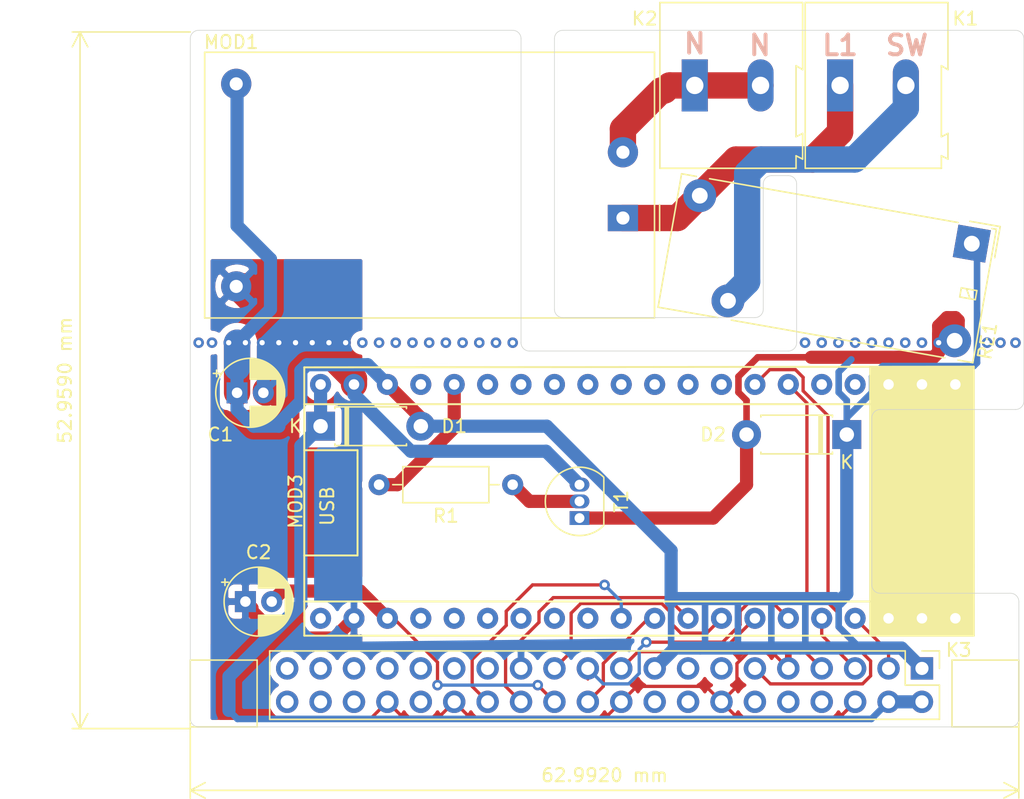
<source format=kicad_pcb>
(kicad_pcb (version 20210228) (generator pcbnew)
  (layers (0 "F.Cu" signal) (31 "B.Cu" signal) (34 "B.Paste" user) (35 "F.Paste" user) (36 "B.SilkS" user "B.Silkscreen") (37 "F.SilkS" user "F.Silkscreen") (38 "B.Mask" user) (39 "F.Mask" user) (44 "Edge.Cuts" user))
  (net 0 "")
  (net 1 "RST")
  (net 2 "Net-(K1-Pad1)")
  (net 3 "Net-(K2-Pad1)")
  (net 4 "T_CS")
  (net 5 "CS")
  (net 6 "DC")
  (net 7 "5V")
  (net 8 "Net-(MOD3-Pad40)")
  (net 9 "Net-(MOD3-Pad39)")
  (net 10 "Net-(MOD3-Pad38)")
  (net 11 "Net-(MOD3-Pad17)")
  (net 12 "Net-(MOD3-Pad15)")
  (net 13 "Net-(MOD3-Pad10)")
  (net 14 "Net-(MOD3-Pad29)")
  (net 15 "Net-(MOD3-Pad9)")
  (net 16 "Net-(MOD3-Pad28)")
  (net 17 "Net-(MOD3-Pad8)")
  (net 18 "Net-(MOD3-Pad26)")
  (net 19 "Net-(MOD3-Pad25)")
  (net 20 "Net-(MOD3-Pad5)")
  (net 21 "Net-(MOD3-Pad24)")
  (net 22 "Net-(MOD3-Pad4)")
  (net 23 "Net-(MOD3-Pad3)")
  (net 24 "Net-(MOD3-Pad2)")
  (net 25 "Net-(MOD3-Pad1)")
  (net 26 "Net-(K1-Pad2)")
  (net 27 "Net-(D2-Pad2)")
  (net 28 "Net-(MOD3-Pad14)")
  (net 29 "Net-(MOD3-Pad13)")
  (net 30 "Net-(MOD3-Pad12)")
  (net 31 "Net-(MOD3-Pad11)")
  (net 32 "Net-(R1-Pad1)")
  (net 33 "MGC_RST")
  (net 34 "INT")
  (net 35 "GND_IN")
  (net 36 "3V3_IN")
  (net 37 "RE_OUT")
  (net 38 "Net-(MOD3-Pad21)")
  (net 39 "Net-(MOD3-Pad27)")
  (net 40 "Net-(K3-Pad40)")
  (net 41 "Net-(K3-Pad39)")
  (net 42 "Net-(K3-Pad38)")
  (net 43 "Net-(K3-Pad37)")
  (net 44 "Net-(K3-Pad36)")
  (net 45 "Net-(K3-Pad35)")
  (net 46 "Net-(K3-Pad33)")
  (net 47 "Net-(K3-Pad32)")
  (net 48 "Net-(K3-Pad31)")
  (net 49 "Net-(K3-Pad29)")
  (net 50 "Net-(K3-Pad27)")
  (net 51 "Net-(K3-Pad23)")
  (net 52 "Net-(K3-Pad21)")
  (net 53 "Net-(K3-Pad19)")
  (net 54 "Net-(K3-Pad18)")
  (net 55 "Net-(K3-Pad16)")
  (net 56 "Net-(K3-Pad15)")
  (net 57 "Net-(K3-Pad13)")
  (net 58 "Net-(K3-Pad12)")
  (net 59 "Net-(K3-Pad10)")
  (net 60 "Net-(K3-Pad8)")
  (net 61 "Net-(K3-Pad5)")
  (net 62 "Net-(K3-Pad3)")
  (footprint "TerminalBlock:TerminalBlock_Altech_AK300-2_P5.00mm" (layer "F.Cu") (at 195.707 109.982)
    (fp_text reference "K1" (at 9.525 -5.08) (layer "F.SilkS"))
    (fp_text value "Screw_Terminal_01x02")
    (pad "1" thru_hole rect (at 0 0) (size 1.98 3.96) (drill 1.32) (layers *.Cu *.Mask) (net 2 "Net-(K1-Pad1)"))
    (pad "2" thru_hole oval (at 5 0) (size 1.98 3.96) (drill 1.32) (layers *.Cu *.Mask) (net 26 "Net-(K1-Pad2)"))
  )
  (footprint "TerminalBlock:TerminalBlock_Altech_AK300-2_P5.00mm" (layer "F.Cu") (at 184.658 109.982)
    (fp_text reference "K2" (at -3.81 -5.08) (layer "F.SilkS"))
    (fp_text value "Screw_Terminal_01x02")
    (pad "1" thru_hole rect (at 0 0) (size 1.98 3.96) (drill 1.32) (layers *.Cu *.Mask) (net 3 "Net-(K2-Pad1)"))
    (pad "2" thru_hole oval (at 5 0) (size 1.98 3.96) (drill 1.32) (layers *.Cu *.Mask) (net 3 "Net-(K2-Pad1)"))
  )
  (footprint "Connector_PinHeader_2.54mm:PinHeader_2x20_P2.54mm_Vertical" (layer "F.Cu") (at 201.93 154.305 -90)
    (fp_text reference "K3" (at -1.397 -2.794 180) (layer "F.SilkS"))
    (fp_text value "Conn_02x20_Odd_Even")
    (pad "1" thru_hole rect (at 0 0 270) (size 1.7 1.7) (drill 1) (layers *.Cu *.Mask) (net 36 "3V3_IN"))
    (pad "2" thru_hole oval (at 2.54 0 270) (size 1.7 1.7) (drill 1) (layers *.Cu *.Mask) (net 7 "5V"))
    (pad "3" thru_hole oval (at 0 2.54 270) (size 1.7 1.7) (drill 1) (layers *.Cu *.Mask) (net 62 "Net-(K3-Pad3)"))
    (pad "4" thru_hole oval (at 2.54 2.54 270) (size 1.7 1.7) (drill 1) (layers *.Cu *.Mask) (net 7 "5V"))
    (pad "5" thru_hole oval (at 0 5.08 270) (size 1.7 1.7) (drill 1) (layers *.Cu *.Mask) (net 61 "Net-(K3-Pad5)"))
    (pad "6" thru_hole oval (at 2.54 5.08 270) (size 1.7 1.7) (drill 1) (layers *.Cu *.Mask) (net 35 "GND_IN"))
    (pad "7" thru_hole oval (at 0 7.62 270) (size 1.7 1.7) (drill 1) (layers *.Cu *.Mask) (net 34 "INT"))
    (pad "8" thru_hole oval (at 2.54 7.62 270) (size 1.7 1.7) (drill 1) (layers *.Cu *.Mask) (net 60 "Net-(K3-Pad8)"))
    (pad "9" thru_hole oval (at 0 10.16 270) (size 1.7 1.7) (drill 1) (layers *.Cu *.Mask) (net 35 "GND_IN"))
    (pad "10" thru_hole oval (at 2.54 10.16 270) (size 1.7 1.7) (drill 1) (layers *.Cu *.Mask) (net 59 "Net-(K3-Pad10)"))
    (pad "11" thru_hole oval (at 0 12.7 270) (size 1.7 1.7) (drill 1) (layers *.Cu *.Mask) (net 33 "MGC_RST"))
    (pad "12" thru_hole oval (at 2.54 12.7 270) (size 1.7 1.7) (drill 1) (layers *.Cu *.Mask) (net 58 "Net-(K3-Pad12)"))
    (pad "13" thru_hole oval (at 0 15.24 270) (size 1.7 1.7) (drill 1) (layers *.Cu *.Mask) (net 57 "Net-(K3-Pad13)"))
    (pad "14" thru_hole oval (at 2.54 15.24 270) (size 1.7 1.7) (drill 1) (layers *.Cu *.Mask) (net 35 "GND_IN"))
    (pad "15" thru_hole oval (at 0 17.78 270) (size 1.7 1.7) (drill 1) (layers *.Cu *.Mask) (net 56 "Net-(K3-Pad15)"))
    (pad "16" thru_hole oval (at 2.54 17.78 270) (size 1.7 1.7) (drill 1) (layers *.Cu *.Mask) (net 55 "Net-(K3-Pad16)"))
    (pad "17" thru_hole oval (at 0 20.32 270) (size 1.7 1.7) (drill 1) (layers *.Cu *.Mask) (net 36 "3V3_IN"))
    (pad "18" thru_hole oval (at 2.54 20.32 270) (size 1.7 1.7) (drill 1) (layers *.Cu *.Mask) (net 54 "Net-(K3-Pad18)"))
    (pad "19" thru_hole oval (at 0 22.86 270) (size 1.7 1.7) (drill 1) (layers *.Cu *.Mask) (net 53 "Net-(K3-Pad19)"))
    (pad "20" thru_hole oval (at 2.54 22.86 270) (size 1.7 1.7) (drill 1) (layers *.Cu *.Mask) (net 35 "GND_IN"))
    (pad "21" thru_hole oval (at 0 25.4 270) (size 1.7 1.7) (drill 1) (layers *.Cu *.Mask) (net 52 "Net-(K3-Pad21)"))
    (pad "22" thru_hole oval (at 2.54 25.4 270) (size 1.7 1.7) (drill 1) (layers *.Cu *.Mask) (net 6 "DC"))
    (pad "23" thru_hole oval (at 0 27.94 270) (size 1.7 1.7) (drill 1) (layers *.Cu *.Mask) (net 51 "Net-(K3-Pad23)"))
    (pad "24" thru_hole oval (at 2.54 27.94 270) (size 1.7 1.7) (drill 1) (layers *.Cu *.Mask) (net 1 "RST"))
    (pad "25" thru_hole oval (at 0 30.48 270) (size 1.7 1.7) (drill 1) (layers *.Cu *.Mask) (net 35 "GND_IN"))
    (pad "26" thru_hole oval (at 2.54 30.48 270) (size 1.7 1.7) (drill 1) (layers *.Cu *.Mask) (net 5 "CS"))
    (pad "27" thru_hole oval (at 0 33.02 270) (size 1.7 1.7) (drill 1) (layers *.Cu *.Mask) (net 50 "Net-(K3-Pad27)"))
    (pad "28" thru_hole oval (at 2.54 33.02 270) (size 1.7 1.7) (drill 1) (layers *.Cu *.Mask) (net 4 "T_CS"))
    (pad "29" thru_hole oval (at 0 35.56 270) (size 1.7 1.7) (drill 1) (layers *.Cu *.Mask) (net 49 "Net-(K3-Pad29)"))
    (pad "30" thru_hole oval (at 2.54 35.56 270) (size 1.7 1.7) (drill 1) (layers *.Cu *.Mask) (net 35 "GND_IN"))
    (pad "31" thru_hole oval (at 0 38.1 270) (size 1.7 1.7) (drill 1) (layers *.Cu *.Mask) (net 48 "Net-(K3-Pad31)"))
    (pad "32" thru_hole oval (at 2.54 38.1 270) (size 1.7 1.7) (drill 1) (layers *.Cu *.Mask) (net 47 "Net-(K3-Pad32)"))
    (pad "33" thru_hole oval (at 0 40.64 270) (size 1.7 1.7) (drill 1) (layers *.Cu *.Mask) (net 46 "Net-(K3-Pad33)"))
    (pad "34" thru_hole oval (at 2.54 40.64 270) (size 1.7 1.7) (drill 1) (layers *.Cu *.Mask) (net 35 "GND_IN"))
    (pad "35" thru_hole oval (at 0 43.18 270) (size 1.7 1.7) (drill 1) (layers *.Cu *.Mask) (net 45 "Net-(K3-Pad35)"))
    (pad "36" thru_hole oval (at 2.54 43.18 270) (size 1.7 1.7) (drill 1) (layers *.Cu *.Mask) (net 44 "Net-(K3-Pad36)"))
    (pad "37" thru_hole oval (at 0 45.72 270) (size 1.7 1.7) (drill 1) (layers *.Cu *.Mask) (net 43 "Net-(K3-Pad37)"))
    (pad "38" thru_hole oval (at 2.54 45.72 270) (size 1.7 1.7) (drill 1) (layers *.Cu *.Mask) (net 42 "Net-(K3-Pad38)"))
    (pad "39" thru_hole oval (at 0 48.26 270) (size 1.7 1.7) (drill 1) (layers *.Cu *.Mask) (net 41 "Net-(K3-Pad39)"))
    (pad "40" thru_hole oval (at 2.54 48.26 270) (size 1.7 1.7) (drill 1) (layers *.Cu *.Mask) (net 40 "Net-(K3-Pad40)"))
  )
  (footprint "Converter_ACDC:Converter_ACDC_HiLink_HLK-PMxx" (layer "F.Cu") (at 179.197 120.062 180)
    (fp_text reference "MOD1" (at 29.781 13.375 180) (layer "F.SilkS"))
    (fp_text value "HLK-PM03")
    (pad "1" thru_hole rect (at 0 0 180) (size 2.3 2) (drill 1) (layers *.Cu *.Mask) (net 2 "Net-(K1-Pad1)"))
    (pad "2" thru_hole circle (at 0 5 180) (size 2.3 2.3) (drill 1) (layers *.Cu *.Mask) (net 3 "Net-(K2-Pad1)"))
    (pad "3" thru_hole circle (at 29.4 -5.2 180) (size 2.3 2.3) (drill 1) (layers *.Cu *.Mask) (net 35 "GND_IN"))
    (pad "4" thru_hole circle (at 29.4 10.2 180) (size 2.3 2.3) (drill 1) (layers *.Cu *.Mask) (net 36 "3V3_IN"))
  )
  (footprint "ESP32-PICO-KIT:DIP-40_W17.78mm_Socket" (layer "F.Cu") (at 204.47 132.715 -90)
    (fp_text reference "MOD3" (at 8.89 50.165 90) (layer "F.SilkS"))
    (fp_text value "ESP32-PICO-KITv4_v4.1")
    (fp_text user "USB" (at 9.25 47.75 90) (layer "F.SilkS"))
    (pad "1" thru_hole rect (at 0 0 270) (size 1.6 1.6) (drill 0.8) (layers *.Cu *.Mask) (net 25 "Net-(MOD3-Pad1)"))
    (pad "2" thru_hole oval (at 0 2.54 270) (size 1.6 1.6) (drill 0.8) (layers *.Cu *.Mask) (net 24 "Net-(MOD3-Pad2)"))
    (pad "3" thru_hole oval (at 0 5.08 270) (size 1.6 1.6) (drill 0.8) (layers *.Cu *.Mask) (net 23 "Net-(MOD3-Pad3)"))
    (pad "4" thru_hole oval (at 0 7.62 270) (size 1.6 1.6) (drill 0.8) (layers *.Cu *.Mask) (net 22 "Net-(MOD3-Pad4)"))
    (pad "5" thru_hole oval (at 0 10.16 270) (size 1.6 1.6) (drill 0.8) (layers *.Cu *.Mask) (net 20 "Net-(MOD3-Pad5)"))
    (pad "6" thru_hole oval (at 0 12.7 270) (size 1.6 1.6) (drill 0.8) (layers *.Cu *.Mask) (net 34 "INT"))
    (pad "7" thru_hole oval (at 0 15.24 270) (size 1.6 1.6) (drill 0.8) (layers *.Cu *.Mask) (net 33 "MGC_RST"))
    (pad "8" thru_hole oval (at 0 17.78 270) (size 1.6 1.6) (drill 0.8) (layers *.Cu *.Mask) (net 17 "Net-(MOD3-Pad8)"))
    (pad "9" thru_hole oval (at 0 20.32 270) (size 1.6 1.6) (drill 0.8) (layers *.Cu *.Mask) (net 15 "Net-(MOD3-Pad9)"))
    (pad "10" thru_hole oval (at 0 22.86 270) (size 1.6 1.6) (drill 0.8) (layers *.Cu *.Mask) (net 13 "Net-(MOD3-Pad10)"))
    (pad "11" thru_hole oval (at 0 25.4 270) (size 1.6 1.6) (drill 0.8) (layers *.Cu *.Mask) (net 31 "Net-(MOD3-Pad11)"))
    (pad "12" thru_hole oval (at 0 27.94 270) (size 1.6 1.6) (drill 0.8) (layers *.Cu *.Mask) (net 30 "Net-(MOD3-Pad12)"))
    (pad "13" thru_hole oval (at 0 30.48 270) (size 1.6 1.6) (drill 0.8) (layers *.Cu *.Mask) (net 29 "Net-(MOD3-Pad13)"))
    (pad "14" thru_hole oval (at 0 33.02 270) (size 1.6 1.6) (drill 0.8) (layers *.Cu *.Mask) (net 28 "Net-(MOD3-Pad14)"))
    (pad "15" thru_hole oval (at 0 35.56 270) (size 1.6 1.6) (drill 0.8) (layers *.Cu *.Mask) (net 12 "Net-(MOD3-Pad15)"))
    (pad "16" thru_hole oval (at 0 38.1 270) (size 1.6 1.6) (drill 0.8) (layers *.Cu *.Mask) (net 37 "RE_OUT"))
    (pad "17" thru_hole oval (at 0 40.64 270) (size 1.6 1.6) (drill 0.8) (layers *.Cu *.Mask) (net 11 "Net-(MOD3-Pad17)"))
    (pad "18" thru_hole oval (at 0 43.18 270) (size 1.6 1.6) (drill 0.8) (layers *.Cu *.Mask) (net 36 "3V3_IN"))
    (pad "19" thru_hole oval (at 0 45.72 270) (size 1.6 1.6) (drill 0.8) (layers *.Cu *.Mask) (net 35 "GND_IN"))
    (pad "20" thru_hole oval (at 0 48.26 270) (size 1.6 1.6) (drill 0.8) (layers *.Cu *.Mask) (net 7 "5V"))
    (pad "21" thru_hole oval (at 17.78 48.26 270) (size 1.6 1.6) (drill 0.8) (layers *.Cu *.Mask) (net 38 "Net-(MOD3-Pad21)"))
    (pad "22" thru_hole oval (at 17.78 45.72 270) (size 1.6 1.6) (drill 0.8) (layers *.Cu *.Mask) (net 35 "GND_IN"))
    (pad "23" thru_hole oval (at 17.78 43.18 270) (size 1.6 1.6) (drill 0.8) (layers *.Cu *.Mask) (net 1 "RST"))
    (pad "24" thru_hole oval (at 17.78 40.64 270) (size 1.6 1.6) (drill 0.8) (layers *.Cu *.Mask) (net 21 "Net-(MOD3-Pad24)"))
    (pad "25" thru_hole oval (at 17.78 38.1 270) (size 1.6 1.6) (drill 0.8) (layers *.Cu *.Mask) (net 19 "Net-(MOD3-Pad25)"))
    (pad "26" thru_hole oval (at 17.78 35.56 270) (size 1.6 1.6) (drill 0.8) (layers *.Cu *.Mask) (net 18 "Net-(MOD3-Pad26)"))
    (pad "27" thru_hole oval (at 17.78 33.02 270) (size 1.6 1.6) (drill 0.8) (layers *.Cu *.Mask) (net 39 "Net-(MOD3-Pad27)"))
    (pad "28" thru_hole oval (at 17.78 30.48 270) (size 1.6 1.6) (drill 0.8) (layers *.Cu *.Mask) (net 16 "Net-(MOD3-Pad28)"))
    (pad "29" thru_hole oval (at 17.78 27.94 270) (size 1.6 1.6) (drill 0.8) (layers *.Cu *.Mask) (net 14 "Net-(MOD3-Pad29)"))
    (pad "30" thru_hole oval (at 17.78 25.4 270) (size 1.6 1.6) (drill 0.8) (layers *.Cu *.Mask) (net 4 "T_CS"))
    (pad "31" thru_hole oval (at 17.78 22.86 270) (size 1.6 1.6) (drill 0.8) (layers *.Cu *.Mask) (net 6 "DC"))
    (pad "32" thru_hole oval (at 17.78 20.32 270) (size 1.6 1.6) (drill 0.8) (layers *.Cu *.Mask) (net 5 "CS"))
    (pad "33" thru_hole oval (at 17.78 17.78 270) (size 1.6 1.6) (drill 0.8) (layers *.Cu *.Mask) (net 51 "Net-(K3-Pad23)"))
    (pad "34" thru_hole oval (at 17.78 15.24 270) (size 1.6 1.6) (drill 0.8) (layers *.Cu *.Mask) (net 53 "Net-(K3-Pad19)"))
    (pad "35" thru_hole oval (at 17.78 12.7 270) (size 1.6 1.6) (drill 0.8) (layers *.Cu *.Mask) (net 52 "Net-(K3-Pad21)"))
    (pad "36" thru_hole oval (at 17.78 10.16 270) (size 1.6 1.6) (drill 0.8) (layers *.Cu *.Mask) (net 61 "Net-(K3-Pad5)"))
    (pad "37" thru_hole oval (at 17.78 7.62 270) (size 1.6 1.6) (drill 0.8) (layers *.Cu *.Mask) (net 62 "Net-(K3-Pad3)"))
    (pad "38" thru_hole oval (at 17.78 5.08 270) (size 1.6 1.6) (drill 0.8) (layers *.Cu *.Mask) (net 10 "Net-(MOD3-Pad38)"))
    (pad "39" thru_hole oval (at 17.78 2.54 270) (size 1.6 1.6) (drill 0.8) (layers *.Cu *.Mask) (net 9 "Net-(MOD3-Pad39)"))
    (pad "40" thru_hole oval (at 17.78 0 270) (size 1.6 1.6) (drill 0.8) (layers *.Cu *.Mask) (net 8 "Net-(MOD3-Pad40)"))
  )
  (footprint "Diode_THT:D_DO-41_SOD81_P7.62mm_Horizontal" (layer "F.Cu") (at 196.215 136.525 180)
    (fp_text reference "D2" (at 10.16 0) (layer "F.SilkS"))
    (fp_text value "D")
    (fp_text user "K" (at 0 -2.1) (layer "F.SilkS"))
    (pad "1" thru_hole rect (at 0 0 180) (size 2.2 2.2) (drill 1.1) (layers *.Cu *.Mask) (net 36 "3V3_IN"))
    (pad "2" thru_hole oval (at 7.62 0 180) (size 2.2 2.2) (drill 1.1) (layers *.Cu *.Mask) (net 27 "Net-(D2-Pad2)"))
  )
  (footprint "Resistor_THT:R_Axial_DIN0207_L6.3mm_D2.5mm_P10.16mm_Horizontal" (layer "F.Cu") (at 170.815 140.335 180)
    (fp_text reference "R1" (at 5.08 -2.37) (layer "F.SilkS"))
    (fp_text value "1kR")
    (pad "1" thru_hole circle (at 0 0 180) (size 1.6 1.6) (drill 0.8) (layers *.Cu *.Mask) (net 32 "Net-(R1-Pad1)"))
    (pad "2" thru_hole oval (at 10.16 0 180) (size 1.6 1.6) (drill 0.8) (layers *.Cu *.Mask) (net 37 "RE_OUT"))
  )
  (footprint "Package_TO_SOT_THT:TO-92_Inline" (layer "F.Cu") (at 175.895 142.875 90)
    (fp_text reference "T1" (at 1.27 3.175 90) (layer "F.SilkS"))
    (fp_text value "BC337")
    (pad "1" thru_hole rect (at 0 0 90) (size 1.05 1.5) (drill 0.75) (layers *.Cu *.Mask) (net 27 "Net-(D2-Pad2)"))
    (pad "2" thru_hole oval (at 1.27 0 90) (size 1.05 1.5) (drill 0.75) (layers *.Cu *.Mask) (net 32 "Net-(R1-Pad1)"))
    (pad "3" thru_hole oval (at 2.54 0 90) (size 1.05 1.5) (drill 0.75) (layers *.Cu *.Mask) (net 35 "GND_IN"))
  )
  (footprint "Capacitor_THT:CP_Radial_D5.0mm_P2.00mm" (layer "F.Cu") (at 150.495 149.225)
    (fp_text reference "C2" (at 1 -3.75) (layer "F.SilkS"))
    (fp_text value "10uF / 6.3V")
    (pad "1" thru_hole rect (at 0 0) (size 1.6 1.6) (drill 0.8) (layers *.Cu *.Mask) (net 35 "GND_IN"))
    (pad "2" thru_hole circle (at 2 0) (size 1.6 1.6) (drill 0.8) (layers *.Cu *.Mask) (net 1 "RST"))
  )
  (footprint "Capacitor_THT:CP_Radial_D5.0mm_P2.00mm" (layer "F.Cu") (at 149.86 133.35)
    (fp_text reference "C1" (at -1.27 3.175) (layer "F.SilkS"))
    (fp_text value "100µF/10V")
    (pad "1" thru_hole rect (at 0 0) (size 1.6 1.6) (drill 0.8) (layers *.Cu *.Mask) (net 36 "3V3_IN"))
    (pad "2" thru_hole circle (at 2 0) (size 1.6 1.6) (drill 0.8) (layers *.Cu *.Mask) (net 35 "GND_IN"))
  )
  (footprint "Relay_THT:Relay_1P1T_NO_10x24x18.8mm_Panasonic_ADW11xxxxW_THT" (layer "F.Cu") (at 205.719963 122.010612 -100)
    (fp_text reference "RE1" (at 7.08 -2.46 -100) (layer "F.SilkS"))
    (fp_text value "ADW11")
    (pad "1" thru_hole rect (at 0 0 260) (size 2.5 2.5) (drill 1.2) (layers *.Cu *.Mask) (net 36 "3V3_IN"))
    (pad "3" thru_hole oval (at 0 21 260) (size 2.5 2.5) (drill 1.2) (layers *.Cu *.Mask) (net 2 "Net-(K1-Pad1)"))
    (pad "5" thru_hole oval (at 7.5 17.5 260) (size 2.5 2.5) (drill 1.2) (layers *.Cu *.Mask) (net 26 "Net-(K1-Pad2)"))
    (pad "6" thru_hole oval (at 7.5 0 260) (size 2.5 2.5) (drill 1.2) (layers *.Cu *.Mask) (net 27 "Net-(D2-Pad2)"))
  )
  (footprint "Diode_THT:D_DO-41_SOD81_P7.62mm_Horizontal" (layer "F.Cu") (at 156.21 135.89)
    (fp_text reference "D1" (at 10.16 0) (layer "F.SilkS"))
    (fp_text value "1N5817")
    (fp_text user "K" (at -1.905 0) (layer "F.SilkS"))
    (pad "1" thru_hole rect (at 0 0) (size 2.2 2.2) (drill 1.1) (layers *.Cu *.Mask) (net 7 "5V"))
    (pad "2" thru_hole oval (at 7.62 0) (size 2.2 2.2) (drill 1.1) (layers *.Cu *.Mask) (net 36 "3V3_IN"))
  )
  (gr_line (start 151.384 158.75) (end 151.384 153.67) (layer "F.SilkS") (width 0.12))
  (gr_line (start 204.216 158.75) (end 204.216 153.67) (layer "F.SilkS") (width 0.12))
  (gr_line (start 151.384 153.67) (end 146.304 153.67) (layer "F.SilkS") (width 0.12))
  (gr_line (start 146.304 153.67) (end 146.304 158.75) (layer "F.SilkS") (width 0.12))
  (gr_line (start 209.296 158.75) (end 204.216 158.75) (layer "F.SilkS") (width 0.12))
  (gr_line (start 146.304 158.75) (end 151.384 158.75) (layer "F.SilkS") (width 0.12))
  (gr_line (start 204.216 153.67) (end 209.296 153.67) (layer "F.SilkS") (width 0.12))
  (gr_line (start 209.296 153.67) (end 209.296 158.75) (layer "F.SilkS") (width 0.12))
  (gr_line (start 209.677 125.095) (end 209.677 106.426) (layer "Edge.Cuts") (width 0.05))
  (gr_line (start 146.304 125.095) (end 146.304 106.426) (layer "Edge.Cuts") (width 0.05))
  (gr_line (start 146.304 125.095) (end 146.304 158.115) (layer "Edge.Cuts") (width 0.05))
  (gr_line (start 209.677 133.985) (end 209.677 125.095) (layer "Edge.Cuts") (width 0.05))
  (gr_arc (start 170.815 106.426) (end 171.45 106.426) (angle -90) (layer "Edge.Cuts") (width 0.05))
  (gr_arc (start 172.085 129.54) (end 171.45 129.54) (angle -90) (layer "Edge.Cuts") (width 0.05))
  (gr_arc (start 174.625 127) (end 173.99 127) (angle -90) (layer "Edge.Cuts") (width 0.05))
  (gr_arc (start 191.77 117.475) (end 192.405 117.475) (angle -90) (layer "Edge.Cuts") (width 0.05))
  (gr_arc (start 190.5 117.475) (end 190.5 116.84) (angle -90) (layer "Edge.Cuts") (width 0.05))
  (gr_arc (start 191.77 129.54) (end 191.77 130.175) (angle -90) (layer "Edge.Cuts") (width 0.05))
  (gr_arc (start 189.23 127) (end 189.23 127.635) (angle -90) (layer "Edge.Cuts") (width 0.05))
  (gr_arc (start 174.625 106.426) (end 174.625 105.791) (angle -90) (layer "Edge.Cuts") (width 0.05))
  (gr_arc (start 209.042 106.426) (end 209.677 106.426) (angle -90) (layer "Edge.Cuts") (width 0.05))
  (gr_line (start 174.625 105.791) (end 209.042 105.791) (layer "Edge.Cuts") (width 0.05))
  (gr_arc (start 208.661 158.115) (end 208.661 158.75) (angle -90) (layer "Edge.Cuts") (width 0.05))
  (gr_arc (start 146.939 158.115) (end 146.304 158.115) (angle -90) (layer "Edge.Cuts") (width 0.05))
  (gr_arc (start 198.755 147.955) (end 198.12 147.955) (angle -90) (layer "Edge.Cuts") (width 0.05))
  (gr_line (start 209.296 158.115) (end 209.296 149.225) (layer "Edge.Cuts") (width 0.05))
  (gr_arc (start 146.939 106.426) (end 146.939 105.791) (angle -90) (layer "Edge.Cuts") (width 0.05))
  (gr_line (start 208.661 158.75) (end 146.939 158.75) (layer "Edge.Cuts") (width 0.05))
  (gr_line (start 192.405 117.475) (end 192.405 129.54) (layer "Edge.Cuts") (width 0.05))
  (gr_arc (start 209.042 133.985) (end 209.042 134.62) (angle -90) (layer "Edge.Cuts") (width 0.05))
  (gr_line (start 198.755 134.62) (end 209.042 134.62) (layer "Edge.Cuts") (width 0.05))
  (gr_line (start 189.865 130.175) (end 191.77 130.175) (layer "Edge.Cuts") (width 0.05))
  (gr_arc (start 208.661 149.225) (end 209.296 149.225) (angle -90) (layer "Edge.Cuts") (width 0.05))
  (gr_line (start 146.939 105.791) (end 170.815 105.791) (layer "Edge.Cuts") (width 0.05))
  (gr_line (start 190.5 116.84) (end 191.77 116.84) (layer "Edge.Cuts") (width 0.05))
  (gr_line (start 171.45 106.426) (end 171.45 129.54) (layer "Edge.Cuts") (width 0.05))
  (gr_line (start 189.23 127.635) (end 174.625 127.635) (layer "Edge.Cuts") (width 0.05))
  (gr_line (start 189.865 130.175) (end 172.085 130.175) (layer "Edge.Cuts") (width 0.05))
  (gr_line (start 198.12 147.955) (end 198.12 135.255) (layer "Edge.Cuts") (width 0.05))
  (gr_line (start 173.99 127) (end 173.99 106.426) (layer "Edge.Cuts") (width 0.05))
  (gr_line (start 208.661 148.59) (end 198.755 148.59) (layer "Edge.Cuts") (width 0.05))
  (gr_line (start 189.865 127) (end 189.865 117.475) (layer "Edge.Cuts") (width 0.05))
  (gr_arc (start 198.755 135.255) (end 198.755 134.62) (angle -90) (layer "Edge.Cuts") (width 0.05))
  (gr_text "N" (at 189.611 106.934) (layer "B.SilkS") (effects (font (size 1.5 1.5) (thickness 0.3))))
  (gr_text "L1" (at 195.707 106.934) (layer "B.SilkS") (effects (font (size 1.5 1.5) (thickness 0.3))))
  (gr_text "N" (at 184.658 106.807) (layer "B.SilkS") (effects (font (size 1.5 1.5) (thickness 0.3))))
  (gr_text "SW" (at 200.787 106.934) (layer "B.SilkS") (effects (font (size 1.5 1.5) (thickness 0.3))))
  (dimension (type aligned) (layer "F.SilkS") (pts (xy 146.304 105.918) (xy 146.304 158.877)) (height 8.382) (gr_text "52.9590 mm" (at 136.772 132.3975 90) (layer "F.SilkS") (effects (font (size 1 1) (thickness 0.15)))) (format (units 2) (units_format 1) (precision 4)) (style (thickness 0.12) (arrow_length 1.27) (text_position_mode 0) (extension_height 0.58642) (extension_offset 0) keep_text_aligned))
  (dimension (type aligned) (layer "F.SilkS") (pts (xy 209.296 158.75) (xy 146.304 158.75)) (height -4.826) (gr_text "62.9920 mm" (at 177.8 162.426) (layer "F.SilkS") (effects (font (size 1 1) (thickness 0.15)))) (format (units 2) (units_format 1) (precision 4)) (style (thickness 0.12) (arrow_length 1.27) (text_position_mode 0) (extension_height 0.58642) (extension_offset 0) keep_text_aligned))
  (via (at 201.93 129.54) (size 0.8) (drill 0.4) (layers "F.Cu" "B.Cu") (net 0))
  (via (at 167.005 129.54) (size 0.8) (drill 0.4) (layers "F.Cu" "B.Cu") (net 0))
  (via (at 161.925 129.54) (size 0.8) (drill 0.4) (layers "F.Cu" "B.Cu") (net 0))
  (via (at 209.042 129.54) (size 0.8) (drill 0.4) (layers "F.Cu" "B.Cu") (net 0))
  (via (at 159.385 129.54) (size 0.8) (drill 0.4) (layers "F.Cu" "B.Cu") (net 0))
  (via (at 170.815 129.54) (size 0.8) (drill 0.4) (layers "F.Cu" "B.Cu") (net 0))
  (via (at 199.39 129.54) (size 0.8) (drill 0.4) (layers "F.Cu" "B.Cu") (net 0))
  (via (at 169.545 129.54) (size 0.8) (drill 0.4) (layers "F.Cu" "B.Cu") (net 0))
  (via (at 146.939 129.54) (size 0.8) (drill 0.4) (layers "F.Cu" "B.Cu") (net 0))
  (via (at 206.883 129.54) (size 0.8) (drill 0.4) (layers "F.Cu" "B.Cu") (net 0))
  (via (at 164.465 129.54) (size 0.8) (drill 0.4) (layers "F.Cu" "B.Cu") (net 0))
  (via (at 147.955 129.54) (size 0.8) (drill 0.4) (layers "F.Cu" "B.Cu") (net 0))
  (via (at 160.655 129.54) (size 0.8) (drill 0.4) (layers "F.Cu" "B.Cu") (net 0))
  (via (at 165.735 129.54) (size 0.8) (drill 0.4) (layers "F.Cu" "B.Cu") (net 0))
  (via (at 195.58 129.54) (size 0.8) (drill 0.4) (layers "F.Cu" "B.Cu") (net 0))
  (via (at 163.195 129.54) (size 0.8) (drill 0.4) (layers "F.Cu" "B.Cu") (net 0))
  (via (at 196.85 129.54) (size 0.8) (drill 0.4) (layers "F.Cu" "B.Cu") (net 0))
  (via (at 168.275 129.54) (size 0.8) (drill 0.4) (layers "F.Cu" "B.Cu") (net 0))
  (via (at 193.04 129.54) (size 0.8) (drill 0.4) (layers "F.Cu" "B.Cu") (net 0))
  (via (at 198.12 129.54) (size 0.8) (drill 0.4) (layers "F.Cu" "B.Cu") (net 0))
  (via (at 207.899 129.54) (size 0.8) (drill 0.4) (layers "F.Cu" "B.Cu") (net 0))
  (via (at 200.66 129.54) (size 0.8) (drill 0.4) (layers "F.Cu" "B.Cu") (net 0))
  (via (at 194.31 129.54) (size 0.8) (drill 0.4) (layers "F.Cu" "B.Cu") (net 0))
  (segment (start 152.495 149.225) (end 153.294999 148.425001) (width 1) (layer "F.Cu") (net 1))
  (segment (start 173.99 156.845) (end 172.72 155.575) (width 0.25) (layer "F.Cu") (net 1))
  (segment (start 165.1 155.575) (end 165.1 153.835998) (width 0.25) (layer "F.Cu") (net 1))
  (segment (start 161.759002 150.495) (end 161.29 150.495) (width 0.25) (layer "F.Cu") (net 1))
  (segment (start 153.294999 148.425001) (end 159.220001 148.425001) (width 1) (layer "F.Cu") (net 1))
  (segment (start 165.1 153.835998) (end 161.759002 150.495) (width 0.25) (layer "F.Cu") (net 1))
  (segment (start 159.220001 148.425001) (end 161.29 150.495) (width 1) (layer "F.Cu") (net 1))
  (via (at 165.1 155.575) (size 0.8) (drill 0.4) (layers "F.Cu" "B.Cu") (net 1))
  (via (at 172.72 155.575) (size 0.8) (drill 0.4) (layers "F.Cu" "B.Cu") (net 1))
  (segment (start 172.72 155.575) (end 165.1 155.575) (width 0.25) (layer "B.Cu") (net 1))
  (segment (start 179.197 120.062) (end 183.341 120.062) (width 2) (layer "F.Cu") (net 2))
  (segment (start 193.63001 115.61499) (end 195.707 113.538) (width 2) (layer "F.Cu") (net 2))
  (segment (start 187.78801 115.61499) (end 193.63001 115.61499) (width 2) (layer "F.Cu") (net 2))
  (segment (start 185.039 118.364) (end 187.78801 115.61499) (width 2) (layer "F.Cu") (net 2))
  (segment (start 195.707 113.538) (end 195.707 109.982) (width 2) (layer "F.Cu") (net 2))
  (segment (start 183.341 120.062) (end 185.039 118.364) (width 2) (layer "F.Cu") (net 2))
  (segment (start 182.753 109.982) (end 189.658 109.982) (width 2) (layer "F.Cu") (net 3))
  (segment (start 179.197 115.062) (end 179.197 113.284) (width 2) (layer "F.Cu") (net 3))
  (segment (start 182.372 110.363) (end 182.753 109.982) (width 2) (layer "F.Cu") (net 3))
  (segment (start 182.118 110.363) (end 182.372 110.363) (width 2) (layer "F.Cu") (net 3))
  (segment (start 179.197 113.284) (end 182.118 110.363) (width 2) (layer "F.Cu") (net 3))
  (segment (start 172.324998 147.955) (end 177.8 147.955) (width 0.25) (layer "F.Cu") (net 4))
  (segment (start 167.734999 153.625001) (end 170.324999 151.035001) (width 0.25) (layer "F.Cu") (net 4))
  (segment (start 170.324999 151.035001) (end 170.324999 149.954999) (width 0.25) (layer "F.Cu") (net 4))
  (segment (start 170.324999 149.954999) (end 172.324998 147.955) (width 0.25) (layer "F.Cu") (net 4))
  (segment (start 167.734999 155.669999) (end 167.734999 153.625001) (width 0.25) (layer "F.Cu") (net 4))
  (segment (start 168.91 156.845) (end 167.734999 155.669999) (width 0.25) (layer "F.Cu") (net 4))
  (via (at 177.8 147.955) (size 0.8) (drill 0.4) (layers "F.Cu" "B.Cu") (net 4))
  (segment (start 177.8 147.955) (end 179.07 149.225) (width 0.25) (layer "B.Cu") (net 4))
  (segment (start 179.07 149.225) (end 179.07 150.495) (width 0.25) (layer "B.Cu") (net 4))
  (segment (start 170.274999 155.669999) (end 170.274999 153.335003) (width 0.25) (layer "F.Cu") (net 5))
  (segment (start 173.900008 148.91999) (end 182.57499 148.91999) (width 0.25) (layer "F.Cu") (net 5))
  (segment (start 172.814999 150.795003) (end 172.814999 150.004999) (width 0.25) (layer "F.Cu") (net 5))
  (segment (start 182.57499 148.91999) (end 184.15 150.495) (width 0.25) (layer "F.Cu") (net 5))
  (segment (start 170.274999 153.335003) (end 172.814999 150.795003) (width 0.25) (layer "F.Cu") (net 5))
  (segment (start 172.814999 150.004999) (end 173.900008 148.91999) (width 0.25) (layer "F.Cu") (net 5))
  (segment (start 171.45 156.845) (end 170.274999 155.669999) (width 0.25) (layer "F.Cu") (net 5))
  (segment (start 181.140998 150.495) (end 181.61 150.495) (width 0.25) (layer "F.Cu") (net 6))
  (segment (start 176.53 156.845) (end 177.705001 155.669999) (width 0.25) (layer "F.Cu") (net 6))
  (segment (start 177.705001 155.669999) (end 177.705001 153.930997) (width 0.25) (layer "F.Cu") (net 6))
  (segment (start 177.705001 153.930997) (end 181.140998 150.495) (width 0.25) (layer "F.Cu") (net 6))
  (segment (start 199.39 156.845) (end 201.93 156.845) (width 1) (layer "B.Cu") (net 7))
  (segment (start 154.709999 137.390001) (end 154.709999 149.455001) (width 1) (layer "B.Cu") (net 7))
  (segment (start 198.089999 158.145001) (end 149.890001 158.145001) (width 0.5) (layer "B.Cu") (net 7))
  (segment (start 199.39 156.845) (end 198.089999 158.145001) (width 0.5) (layer "B.Cu") (net 7))
  (segment (start 149.890001 158.145001) (end 149.244999 157.499999) (width 0.5) (layer "B.Cu") (net 7))
  (segment (start 149.244999 154.920001) (end 149.244999 157.499999) (width 1) (layer "B.Cu") (net 7))
  (segment (start 154.709999 149.455001) (end 149.244999 154.920001) (width 1) (layer "B.Cu") (net 7))
  (segment (start 156.21 135.89) (end 154.709999 137.390001) (width 1) (layer "B.Cu") (net 7))
  (segment (start 156.21 132.715) (end 156.21 135.89) (width 1) (layer "B.Cu") (net 7))
  (segment (start 196.80501 115.61499) (end 189.697698 115.61499) (width 2) (layer "B.Cu") (net 26))
  (segment (start 189.697698 115.61499) (end 188.63999 116.672698) (width 2) (layer "B.Cu") (net 26))
  (segment (start 188.63999 124.901303) (end 187.183466 126.357827) (width 2) (layer "B.Cu") (net 26))
  (segment (start 200.707 109.982) (end 200.707 111.713) (width 2) (layer "B.Cu") (net 26))
  (segment (start 188.63999 116.672698) (end 188.63999 124.901303) (width 2) (layer "B.Cu") (net 26))
  (segment (start 200.707 111.713) (end 196.80501 115.61499) (width 2) (layer "B.Cu") (net 26))
  (segment (start 204.686136 127.851136) (end 204.47 127.635) (width 1) (layer "F.Cu") (net 27))
  (segment (start 187.979999 132.114999) (end 189.444988 130.65001) (width 0.5) (layer "F.Cu") (net 27))
  (segment (start 188.595 133.930002) (end 187.979999 133.315001) (width 0.5) (layer "F.Cu") (net 27))
  (segment (start 203.2 130.254978) (end 202.804969 130.65001) (width 1) (layer "F.Cu") (net 27))
  (segment (start 204.47 128.27) (end 203.835 128.27) (width 1) (layer "F.Cu") (net 27))
  (segment (start 187.979999 133.315001) (end 187.979999 132.114999) (width 0.5) (layer "F.Cu") (net 27))
  (segment (start 175.895 142.875) (end 186.055 142.875) (width 1) (layer "F.Cu") (net 27))
  (segment (start 189.444988 130.65001) (end 193.51501 130.65001) (width 0.5) (layer "F.Cu") (net 27))
  (segment (start 204.47 127.635) (end 203.835 127.635) (width 1) (layer "F.Cu") (net 27))
  (segment (start 204.686136 128.768843) (end 204.686136 128.486136) (width 1) (layer "F.Cu") (net 27))
  (segment (start 203.835 128.27) (end 203.2 128.905) (width 1) (layer "F.Cu") (net 27))
  (segment (start 188.595 140.335) (end 188.595 136.525) (width 1) (layer "F.Cu") (net 27))
  (segment (start 186.055 142.875) (end 188.595 140.335) (width 1) (layer "F.Cu") (net 27))
  (segment (start 188.595 136.525) (end 188.595 133.930002) (width 0.5) (layer "F.Cu") (net 27))
  (segment (start 203.2 128.905) (end 203.2 130.254978) (width 1) (layer "F.Cu") (net 27))
  (segment (start 204.686136 128.486136) (end 204.47 128.27) (width 1) (layer "F.Cu") (net 27))
  (segment (start 203.2 129.54) (end 203.2 128.27) (width 1) (layer "F.Cu") (net 27))
  (segment (start 204.686136 128.768843) (end 204.686136 127.851136) (width 1) (layer "F.Cu") (net 27))
  (segment (start 203.835 127.635) (end 203.2 128.27) (width 1) (layer "F.Cu") (net 27))
  (segment (start 202.804969 130.65001) (end 193.51501 130.65001) (width 1) (layer "F.Cu") (net 27))
  (via (at 204.47 129.54) (size 0.8) (drill 0.4) (layers "F.Cu" "B.Cu") (net 27))
  (via (at 203.2 129.54) (size 0.8) (drill 0.4) (layers "F.Cu" "B.Cu") (net 27))
  (segment (start 172.085 141.605) (end 175.895 141.605) (width 1) (layer "F.Cu") (net 32))
  (segment (start 170.815 140.335) (end 172.085 141.605) (width 1) (layer "F.Cu") (net 32))
  (segment (start 197.414001 155.480001) (end 190.405001 155.480001) (width 0.25) (layer "F.Cu") (net 33))
  (segment (start 194.789999 135.098589) (end 194.789999 149.309997) (width 0.25) (layer "F.Cu") (net 33))
  (segment (start 189.23 132.715) (end 190.355001 131.589999) (width 0.25) (layer "F.Cu") (net 33))
  (segment (start 192.895001 132.174999) (end 192.895001 133.203591) (width 0.25) (layer "F.Cu") (net 33))
  (segment (start 192.310001 131.589999) (end 192.895001 132.174999) (width 0.25) (layer "F.Cu") (net 33))
  (segment (start 198.025001 153.740999) (end 198.025001 154.869001) (width 0.25) (layer "F.Cu") (net 33))
  (segment (start 192.895001 133.203591) (end 194.789999 135.098589) (width 0.25) (layer "F.Cu") (net 33))
  (segment (start 198.025001 154.869001) (end 197.414001 155.480001) (width 0.25) (layer "F.Cu") (net 33))
  (segment (start 195.58 151.295998) (end 198.025001 153.740999) (width 0.25) (layer "F.Cu") (net 33))
  (segment (start 190.355001 131.589999) (end 192.310001 131.589999) (width 0.25) (layer "F.Cu") (net 33))
  (segment (start 190.405001 155.480001) (end 189.23 154.305) (width 0.25) (layer "F.Cu") (net 33))
  (segment (start 195.58 150.099998) (end 195.58 151.295998) (width 0.25) (layer "F.Cu") (net 33))
  (segment (start 194.789999 149.309997) (end 195.58 150.099998) (width 0.25) (layer "F.Cu") (net 33))
  (segment (start 194.31 154.305) (end 193.184999 153.179999) (width 0.25) (layer "F.Cu") (net 34))
  (segment (start 193.184999 134.129999) (end 191.77 132.715) (width 0.25) (layer "F.Cu") (net 34))
  (segment (start 193.184999 153.179999) (end 193.184999 134.129999) (width 0.25) (layer "F.Cu") (net 34))
  (segment (start 160.02 158.115) (end 161.29 156.845) (width 0.25) (layer "F.Cu") (net 35))
  (segment (start 162.465001 158.020001) (end 165.194999 158.020001) (width 0.25) (layer "F.Cu") (net 35))
  (segment (start 177.894999 158.020001) (end 167.545001 158.020001) (width 0.25) (layer "F.Cu") (net 35))
  (segment (start 154.305 129.7) (end 154.305 130.905) (width 2) (layer "F.Cu") (net 35))
  (segment (start 154.305 130.905) (end 152.06001 133.14999) (width 2) (layer "F.Cu") (net 35))
  (segment (start 151.86 127.255) (end 149.86 125.255) (width 1) (layer "F.Cu") (net 35))
  (segment (start 150.495 149.225) (end 150.495 158.115) (width 0.25) (layer "F.Cu") (net 35))
  (segment (start 167.545001 158.020001) (end 166.37 156.845) (width 0.25) (layer "F.Cu") (net 35))
  (segment (start 191.77 154.305) (end 190.594999 153.129999) (width 0.25) (layer "F.Cu") (net 35))
  (segment (start 185.514999 155.669999) (end 180.245001 155.669999) (width 0.25) (layer "F.Cu") (net 35))
  (segment (start 150.994999 149.724999) (end 150.994999 149.945001) (width 1) (layer "F.Cu") (net 35))
  (segment (start 157.249999 151.995001) (end 158.75 150.495) (width 1) (layer "F.Cu") (net 35))
  (segment (start 150.495 149.225) (end 150.994999 149.724999) (width 1) (layer "F.Cu") (net 35))
  (segment (start 165.194999 158.020001) (end 166.37 156.845) (width 0.25) (layer "F.Cu") (net 35))
  (segment (start 179.07 156.845) (end 177.894999 158.020001) (width 0.25) (layer "F.Cu") (net 35))
  (segment (start 180.245001 155.669999) (end 179.07 156.845) (width 0.25) (layer "F.Cu") (net 35))
  (segment (start 187.865001 155.669999) (end 186.69 156.845) (width 0.25) (layer "F.Cu") (net 35))
  (segment (start 159.385 158.115) (end 160.02 158.115) (width 0.25) (layer "F.Cu") (net 35))
  (segment (start 161.29 156.845) (end 162.465001 158.020001) (width 0.25) (layer "F.Cu") (net 35))
  (segment (start 151.710002 125.255) (end 149.86 125.255) (width 2) (layer "F.Cu") (net 35))
  (segment (start 158.75 132.294998) (end 151.710002 125.255) (width 2) (layer "F.Cu") (net 35))
  (segment (start 195.674999 158.020001) (end 196.85 156.845) (width 0.25) (layer "F.Cu") (net 35))
  (segment (start 188.665999 153.129999) (end 187.865001 153.930997) (width 0.25) (layer "F.Cu") (net 35))
  (segment (start 158.75 132.715) (end 157.249999 131.214999) (width 1) (layer "F.Cu") (net 35))
  (segment (start 150.495 158.115) (end 159.385 158.115) (width 0.25) (layer "F.Cu") (net 35))
  (segment (start 153.044999 151.995001) (end 157.249999 151.995001) (width 1) (layer "F.Cu") (net 35))
  (segment (start 150.994999 149.945001) (end 153.044999 151.995001) (width 1) (layer "F.Cu") (net 35))
  (segment (start 159.385 158.115) (end 195.58 158.115) (width 0.25) (layer "F.Cu") (net 35))
  (segment (start 195.58 158.115) (end 196.85 156.845) (width 0.25) (layer "F.Cu") (net 35))
  (segment (start 158.75 132.715) (end 158.75 132.294998) (width 2) (layer "F.Cu") (net 35))
  (segment (start 190.594999 153.129999) (end 188.665999 153.129999) (width 0.25) (layer "F.Cu") (net 35))
  (segment (start 187.865001 158.020001) (end 195.674999 158.020001) (width 0.25) (layer "F.Cu") (net 35))
  (segment (start 186.69 156.845) (end 187.865001 158.020001) (width 0.25) (layer "F.Cu") (net 35))
  (segment (start 186.69 156.845) (end 185.514999 155.669999) (width 0.25) (layer "F.Cu") (net 35))
  (segment (start 149.86 125.255) (end 154.305 129.7) (width 2) (layer "F.Cu") (net 35))
  (segment (start 187.865001 153.930997) (end 187.865001 155.669999) (width 0.25) (layer "F.Cu") (net 35))
  (segment (start 152.06001 133.14999) (end 152.06001 133.35) (width 2) (layer "F.Cu") (net 35))
  (via (at 154.305 129.54) (size 0.8) (drill 0.4) (layers "F.Cu" "B.Cu") (net 35))
  (via (at 156.845 129.54) (size 0.8) (drill 0.4) (layers "F.Cu" "B.Cu") (net 35))
  (via (at 153.035 129.54) (size 0.8) (drill 0.4) (layers "F.Cu" "B.Cu") (net 35))
  (via (at 151.765 129.54) (size 0.8) (drill 0.4) (layers "F.Cu" "B.Cu") (net 35))
  (via (at 155.575 129.54) (size 0.8) (drill 0.4) (layers "F.Cu" "B.Cu") (net 35))
  (via (at 158.115 129.54) (size 0.8) (drill 0.4) (layers "F.Cu" "B.Cu") (net 35))
  (segment (start 151.86 131.985) (end 154.305 129.54) (width 1) (layer "B.Cu") (net 35))
  (segment (start 151.86 133.35) (end 151.86 131.985) (width 1) (layer "B.Cu") (net 35))
  (segment (start 158.75 133.474002) (end 158.75 132.715) (width 1) (layer "B.Cu") (net 35))
  (segment (start 163.070998 137.795) (end 158.75 133.474002) (width 1) (layer "B.Cu") (net 35))
  (segment (start 175.895 140.335) (end 173.355 137.795) (width 1) (layer "B.Cu") (net 35))
  (segment (start 173.355 137.795) (end 163.070998 137.795) (width 1) (layer "B.Cu") (net 35))
  (segment (start 149.86 133.35) (end 149.86 129.54) (width 2) (layer "F.Cu") (net 36))
  (segment (start 163.83 135.89) (end 163.83 135.255) (width 1) (layer "F.Cu") (net 36))
  (segment (start 163.83 135.255) (end 161.29 132.715) (width 1) (layer "F.Cu") (net 36))
  (via (at 150.495 129.54) (size 0.8) (drill 0.4) (layers "F.Cu" "B.Cu") (net 36))
  (via (at 149.225 129.54) (size 0.8) (drill 0.4) (layers "F.Cu" "B.Cu") (net 36))
  (segment (start 196.215 135.24) (end 198.139999 133.315001) (width 0.5) (layer "B.Cu") (net 36))
  (segment (start 155.170001 131.214999) (end 159.789999 131.214999) (width 1) (layer "B.Cu") (net 36))
  (segment (start 200.629999 153.004999) (end 201.93 154.305) (width 0.5) (layer "B.Cu") (net 36))
  (segment (start 195.599999 149.244999) (end 195.599999 151.134999) (width 0.5) (layer "B.Cu") (net 36))
  (segment (start 183.160001 152.754999) (end 181.61 154.305) (width 1) (layer "B.Cu") (net 36))
  (segment (start 196.215 136.525) (end 196.215 148.629998) (width 1) (layer "B.Cu") (net 36))
  (segment (start 152.4 123.19) (end 152.4 127) (width 1) (layer "B.Cu") (net 36))
  (segment (start 195.599999 133.315001) (end 196.215 133.930002) (width 0.5) (layer "B.Cu") (net 36))
  (segment (start 173.407425 135.89) (end 182.860001 145.342576) (width 1) (layer "B.Cu") (net 36))
  (segment (start 193.270001 148.994999) (end 193.059999 149.205001) (width 0.5) (layer "B.Cu") (net 36))
  (segment (start 185.439999 152.380001) (end 185.065001 152.754999) (width 0.5) (layer "B.Cu") (net 36))
  (segment (start 198.139999 133.315001) (end 198.139999 132.114999) (width 0.5) (layer "B.Cu") (net 36))
  (segment (start 196.215 148.629998) (end 195.599999 149.244999) (width 1) (layer "B.Cu") (net 36))
  (segment (start 193.270001 148.994999) (end 195.349999 148.994999) (width 1) (layer "B.Cu") (net 36))
  (segment (start 187.729999 148.994999) (end 190.269999 148.994999) (width 1) (layer "B.Cu") (net 36))
  (segment (start 154.709999 134.0025) (end 154.709999 131.675001) (width 1) (layer "B.Cu") (net 36))
  (segment (start 149.86 131.445) (end 149.86 129.54) (width 2) (layer "B.Cu") (net 36))
  (segment (start 198.139999 132.114999) (end 198.936998 131.318) (width 0.5) (layer "B.Cu") (net 36))
  (segment (start 182.860001 145.342576) (end 182.860001 149.205001) (width 1) (layer "B.Cu") (net 36))
  (segment (start 187.729999 148.994999) (end 187.940001 149.205001) (width 0.5) (layer "B.Cu") (net 36))
  (segment (start 190.269999 148.994999) (end 193.270001 148.994999) (width 1) (layer "B.Cu") (net 36))
  (segment (start 149.86 131.445) (end 149.86 132.715) (width 1) (layer "B.Cu") (net 36))
  (segment (start 190.269999 148.994999) (end 190.480001 149.205001) (width 0.5) (layer "B.Cu") (net 36))
  (segment (start 206.117603 131.067397) (end 206.117603 122.408252) (width 0.5) (layer "B.Cu") (net 36))
  (segment (start 198.936998 131.318) (end 205.867 131.318) (width 0.5) (layer "B.Cu") (net 36))
  (segment (start 149.86 109.855) (end 149.86 120.65) (width 1) (layer "B.Cu") (net 36))
  (segment (start 153.035 135.677499) (end 154.709999 134.0025) (width 1) (layer "B.Cu") (net 36))
  (segment (start 152.4 127) (end 151.4475 127.9525) (width 1) (layer "B.Cu") (net 36))
  (segment (start 149.86 134.62) (end 151.13 135.89) (width 1) (layer "B.Cu") (net 36))
  (segment (start 192.685001 152.754999) (end 190.145001 152.754999) (width 1) (layer "B.Cu") (net 36))
  (segment (start 163.83 135.89) (end 173.407425 135.89) (width 1) (layer "B.Cu") (net 36))
  (segment (start 200.379999 152.754999) (end 192.685001 152.754999) (width 1) (layer "B.Cu") (net 36))
  (segment (start 190.145001 152.754999) (end 187.679999 152.754999) (width 1) (layer "B.Cu") (net 36))
  (segment (start 185.650001 148.994999) (end 187.729999 148.994999) (width 1) (layer "B.Cu") (net 36))
  (segment (start 195.349999 148.994999) (end 195.599999 149.244999) (width 1) (layer "B.Cu") (net 36))
  (segment (start 185.065001 152.754999) (end 183.160001 152.754999) (width 1) (layer "B.Cu") (net 36))
  (segment (start 190.480001 152.419999) (end 190.145001 152.754999) (width 0.5) (layer "B.Cu") (net 36))
  (segment (start 187.940001 149.205001) (end 187.940001 152.494997) (width 0.5) (layer "B.Cu") (net 36))
  (segment (start 181.61 154.305) (end 182.860001 153.054999) (width 0.5) (layer "B.Cu") (net 36))
  (segment (start 185.650001 148.994999) (end 185.439999 149.205001) (width 0.5) (layer "B.Cu") (net 36))
  (segment (start 151.4475 127.9525) (end 149.86 129.54) (width 1) (layer "B.Cu") (net 36))
  (segment (start 187.679999 152.754999) (end 185.065001 152.754999) (width 1) (layer "B.Cu") (net 36))
  (segment (start 190.480001 149.205001) (end 190.480001 152.419999) (width 0.5) (layer "B.Cu") (net 36))
  (segment (start 187.940001 152.494997) (end 187.679999 152.754999) (width 0.5) (layer "B.Cu") (net 36))
  (segment (start 183.070003 148.994999) (end 185.650001 148.994999) (width 1) (layer "B.Cu") (net 36))
  (segment (start 151.13 135.89) (end 153.035 135.89) (width 1) (layer "B.Cu") (net 36))
  (segment (start 182.860001 153.054999) (end 182.860001 149.205001) (width 0.5) (layer "B.Cu") (net 36))
  (segment (start 206.117603 122.408252) (end 205.719963 122.010612) (width 0.5) (layer "B.Cu") (net 36))
  (segment (start 196.215 136.525) (end 196.215 135.24) (width 0.5) (layer "B.Cu") (net 36))
  (segment (start 201.93 154.305) (end 200.379999 152.754999) (width 1) (layer "B.Cu") (net 36))
  (segment (start 205.867 131.318) (end 206.117603 131.067397) (width 0.5) (layer "B.Cu") (net 36))
  (segment (start 149.86 120.65) (end 152.4 123.19) (width 1) (layer "B.Cu") (net 36))
  (segment (start 195.599999 151.134999) (end 197.469999 153.004999) (width 0.5) (layer "B.Cu") (net 36))
  (segment (start 185.439999 149.205001) (end 185.439999 152.380001) (width 0.5) (layer "B.Cu") (net 36))
  (segment (start 159.789999 131.214999) (end 161.29 132.715) (width 1) (layer "B.Cu") (net 36))
  (segment (start 195.599999 131.771283) (end 195.599999 133.315001) (width 0.5) (layer "B.Cu") (net 36))
  (segment (start 149.86 133.35) (end 149.86 134.62) (width 1) (layer "B.Cu") (net 36))
  (segment (start 154.709999 131.675001) (end 155.170001 131.214999) (width 1) (layer "B.Cu") (net 36))
  (segment (start 182.860001 149.205001) (end 183.070003 148.994999) (width 1) (layer "B.Cu") (net 36))
  (segment (start 196.561282 130.81) (end 195.599999 131.771283) (width 0.5) (layer "B.Cu") (net 36))
  (segment (start 196.215 133.930002) (end 196.215 136.525) (width 0.5) (layer "B.Cu") (net 36))
  (segment (start 153.035 135.89) (end 153.035 135.677499) (width 1) (layer "B.Cu") (net 36))
  (segment (start 193.059999 152.380001) (end 192.685001 152.754999) (width 0.5) (layer "B.Cu") (net 36))
  (segment (start 193.059999 149.205001) (end 193.059999 152.380001) (width 0.5) (layer "B.Cu") (net 36))
  (segment (start 197.469999 153.004999) (end 200.629999 153.004999) (width 0.5) (layer "B.Cu") (net 36))
  (segment (start 166.37 136.014002) (end 166.37 132.715) (width 1) (layer "F.Cu") (net 37))
  (segment (start 162.049002 140.335) (end 166.37 136.014002) (width 1) (layer "F.Cu") (net 37))
  (segment (start 160.655 140.335) (end 162.049002 140.335) (width 1) (layer "F.Cu") (net 37))
  (segment (start 170.980998 150.495) (end 171.45 150.495) (width 0.25) (layer "F.Cu") (net 39))
  (segment (start 182.150001 149.369999) (end 175.989999 149.369999) (width 0.25) (layer "F.Cu") (net 51))
  (segment (start 186.69 150.495) (end 185.564999 151.620001) (width 0.25) (layer "F.Cu") (net 51))
  (segment (start 182.88 150.099998) (end 182.150001 149.369999) (width 0.25) (layer "F.Cu") (net 51))
  (segment (start 175.989999 149.369999) (end 175.26 150.099998) (width 0.25) (layer "F.Cu") (net 51))
  (segment (start 175.26 150.099998) (end 175.26 153.035) (width 0.25) (layer "F.Cu") (net 51))
  (segment (start 182.88 150.890002) (end 182.88 150.099998) (width 0.25) (layer "F.Cu") (net 51))
  (segment (start 185.564999 151.620001) (end 183.609999 151.620001) (width 0.25) (layer "F.Cu") (net 51))
  (segment (start 183.609999 151.620001) (end 182.88 150.890002) (width 0.25) (layer "F.Cu") (net 51))
  (segment (start 175.26 153.035) (end 173.99 154.305) (width 0.25) (layer "F.Cu") (net 51))
  (segment (start 176.53 155.105998) (end 176.53 154.305) (width 0.25) (layer "F.Cu") (net 52))
  (segment (start 188.104999 149.954999) (end 188.104999 150.983591) (width 0.25) (layer "F.Cu") (net 52))
  (segment (start 186.77859 152.31) (end 180.975 152.31) (width 0.25) (layer "F.Cu") (net 52))
  (segment (start 191.77 150.495) (end 190.644999 149.369999) (width 0.25) (layer "F.Cu") (net 52))
  (segment (start 188.689999 149.369999) (end 188.104999 149.954999) (width 0.25) (layer "F.Cu") (net 52))
  (segment (start 190.644999 149.369999) (end 188.689999 149.369999) (width 0.25) (layer "F.Cu") (net 52))
  (segment (start 188.104999 150.983591) (end 186.77859 152.31) (width 0.25) (layer "F.Cu") (net 52))
  (via (at 180.975 152.31) (size 0.8) (drill 0.4) (layers "F.Cu" "B.Cu") (net 52))
  (segment (start 180.975 152.31) (end 180.434999 152.850001) (width 0.25) (layer "B.Cu") (net 52))
  (segment (start 180.434999 154.679003) (end 179.634001 155.480001) (width 0.25) (layer "B.Cu") (net 52))
  (segment (start 180.434999 152.850001) (end 180.434999 154.679003) (width 0.25) (layer "B.Cu") (net 52))
  (segment (start 179.634001 155.480001) (end 177.705001 155.480001) (width 0.25) (layer "B.Cu") (net 52))
  (segment (start 177.705001 155.480001) (end 176.53 154.305) (width 0.25) (layer "B.Cu") (net 52))
  (segment (start 180.34 153.035) (end 179.07 154.305) (width 0.25) (layer "F.Cu") (net 53))
  (segment (start 189.23 150.495) (end 186.69 153.035) (width 0.25) (layer "F.Cu") (net 53))
  (segment (start 186.69 153.035) (end 180.34 153.035) (width 0.25) (layer "F.Cu") (net 53))
  (segment (start 194.31 150.495) (end 194.31 151.765) (width 0.25) (layer "F.Cu") (net 61))
  (segment (start 194.31 151.765) (end 196.85 154.305) (width 0.25) (layer "F.Cu") (net 61))
  (segment (start 199.39 153.035) (end 196.85 150.495) (width 0.25) (layer "F.Cu") (net 62))
  (segment (start 199.39 154.305) (end 199.39 153.035) (width 0.25) (layer "F.Cu") (net 62))
  (zone (net 35) (net_name "GND_IN") (layer "F.Cu") (connect_pads (clearance 0.508)) (min_thickness 0.254) (fill yes (thermal_gap 0.508) (thermal_bridge_width 0.508))
    (polygon (pts (xy 159.385 158.496) (xy 147.574 158.496) (xy 147.32 123.19) (xy 159.385 123.19)))
  )
  (zone (net 35) (net_name "GND_IN") (layer "F.Cu") (connect_pads (clearance 0.508)) (min_thickness 0.254) (fill yes (thermal_gap 0.508) (thermal_bridge_width 0.508))
    (polygon (pts (xy 203.835 158.75) (xy 148.59 158.75) (xy 147.32 152.4) (xy 203.835 152.4)))
  )
  (zone (net 35) (net_name "GND_IN") (layer "B.Cu") (connect_pads (clearance 0.508)) (min_thickness 0.254) (fill yes (thermal_gap 0.508) (thermal_bridge_width 0.508))
    (polygon (pts (xy 159.385 158.496) (xy 147.574 158.496) (xy 147.32 123.19) (xy 159.385 123.19)))
  )
  (zone (net 35) (net_name "GND_IN") (layer "B.Cu") (connect_pads (clearance 0.508)) (min_thickness 0.254) (fill yes (thermal_gap 0.508) (thermal_bridge_width 0.508))
    (polygon (pts (xy 203.835 158.75) (xy 147.955 158.115) (xy 147.32 152.4) (xy 203.835 151.765)))
  )
)
</source>
